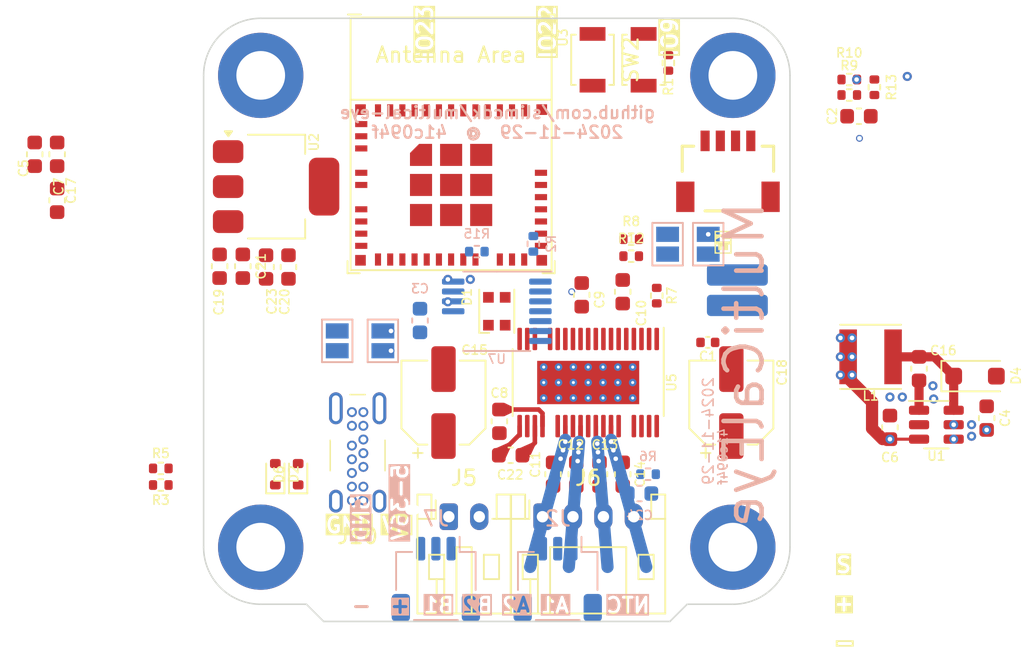
<source format=kicad_pcb>
(kicad_pcb (version 20240108) (generator "pcbnew") (generator_version "8.0")
  (title_block (title "MultiCalEye") (date "${date}") (rev "${commit}") (comment 1 "github.com/slimcdk/multical-eye/tree/${commit}"))
  (layers (0 "F.Cu" signal) (1 "In1.Cu" signal) (2 "In2.Cu" signal) (31 "B.Cu" signal) (34 "B.Paste" user) (35 "F.Paste" user) (36 "B.SilkS" user "B.Silkscreen") (37 "F.SilkS" user "F.Silkscreen") (38 "B.Mask" user) (39 "F.Mask" user) (44 "Edge.Cuts" user))
  (property "DATE_REPLACE" "2022-05-25")
  (property "commit" "41c094f")
  (property "commit_long" "abc5fc4a894f32302d7b4985fbf801590768d1d1")
  (property "commit_short" "abc5fc4")
  (property "date" "2024-11-29")
  (property "version" "577a51b")
  (net 0 "")
  (net 1 "GND")
  (net 2 "+3V3")
  (net 3 "/ESP_EN")
  (net 5 "/ESP_GPIO2")
  (net 6 "Net-(U5-VCP)")
  (net 7 "Net-(U5-VDD1V8)")
  (net 8 "Net-(U5-CPO)")
  (net 9 "Net-(U5-CPI)")
  (net 10 "/ESP_GPIO3")
  (net 11 "/ESP_GPIO8")
  (net 12 "Net-(U5-IREF)")
  (net 13 "/TMC_REFL")
  (net 14 "/TMC_OUT2B")
  (net 15 "Net-(U1-CB)")
  (net 16 "/TMC_OUT1B")
  (net 17 "/TMC_OUT1A")
  (net 18 "/TMC_OUT2A")
  (net 19 "/TMC_REFR")
  (net 20 "/ESP_GPIO12")
  (net 21 "/USB_CC1")
  (net 22 "/USB_CC2")
  (net 23 "/ESP_GPIO13")
  (net 24 "/AS_ENCB")
  (net 25 "/ESP_GPIO1")
  (net 26 "/ESP_GPIO20")
  (net 27 "/ESP_GPIO21")
  (net 28 "/ESP_BOOT")
  (net 29 "/ESP_GPIO15")
  (net 30 "/ESP_GPIO22")
  (net 31 "/ESP_GPIO23")
  (net 32 "/ESP_GPIO0")
  (net 33 "/ESP_GPIO5")
  (net 34 "/ESP_GPIO6")
  (net 35 "/ESP_GPIO14")
  (net 36 "Net-(D4-K)")
  (net 37 "/ESP_GPIO4")
  (net 38 "/ESP_GPIO18")
  (net 39 "/ESP_GPIO7")
  (net 40 "/ESP_GPIO19")
  (net 41 "/AS_ENCN")
  (net 42 "/AS_ENCA")
  (net 43 "/TMC_OV")
  (net 44 "/TMC_AIN")
  (net 45 "VM")
  (net 46 "+5V")
  (net 47 "/ESP_GPIO16")
  (net 48 "/ESP_GPIO17")
  (footprint "MountingHole:MountingHole_3.2mm_M3_DIN965_Pad" (layer "F.Cu") (at 34.5 65.5)
    (property "Reference" "H4" (hide yes))
    (property "Value" "M3 MountingHole")
  )
  (footprint "MountingHole:MountingHole_3.2mm_M3_DIN965_Pad" (layer "F.Cu") (at 65.5 34.5)
    (property "Reference" "H3" (hide yes))
    (property "Value" "M3 MountingHole")
  )
  (footprint "MountingHole:MountingHole_3.2mm_M3_DIN965_Pad" (layer "F.Cu") (at 65.5 65.5)
    (property "Reference" "H1" (hide yes))
    (property "Value" "M3 MountingHole")
  )
  (footprint "Slimc_Connector_USB:USB_C_GT-USB-7036A" (layer "F.Cu") (at 40.8626 62.4764)
    (property "Reference" "J10")
    (property "Value" "USB_C_Receptacle_USB2.0")
  )
  (footprint "MountingHole:MountingHole_3.2mm_M3_DIN965_Pad" (layer "F.Cu") (at 34.5 34.5)
    (property "Reference" "H2" (hide yes))
    (property "Value" "M3 MountingHole")
  )
  (footprint "Resistor_SMD:R_0402_1005Metric" (layer "F.Cu") (at 58.8244 46.3804)
    (property "Reference" "R12")
    (property "Value" "10k")
  )
  (footprint "Diode_SMD:D_SOD-523" (layer "F.Cu") (at 36.9584 60.706 90)
    (property "Reference" "D6")
    (property "Value" "LESD5D5")
  )
  (footprint "LED_SMD:LED_WS2812B-2020_PLCC4_2.0x2.0mm" (layer "F.Cu") (at 50 50 90)
    (property "Reference" "D1")
    (property "Value" "WS2812B")
  )
  (footprint "Capacitor_SMD:C_0603_1608Metric" (layer "F.Cu") (at 75.8135 57.6284 -90)
    (property "Reference" "C6")
    (property "Value" "10µF")
  )
  (footprint "Connector_JST:JST_PH_S4B-PH-K_1x04_P2.00mm_Horizontal" (layer "F.Cu") (at 53 63.5)
    (property "Reference" "J6")
    (property "Value" "Conn_01x04")
  )
  (footprint "Package_TO_SOT_SMD:SOT-23-6" (layer "F.Cu") (at 78.8615 57.4534)
    (property "Reference" "U1")
    (property "Value" "LMR16006YQ3")
  )
  (footprint "Capacitor_SMD:C_0603_1608Metric" (layer "F.Cu") (at 58.2676 48.7172 -90)
    (property "Reference" "C10")
    (property "Value" "2.2µF")
  )
  (footprint "Capacitor_SMD:C_0603_1608Metric" (layer "F.Cu") (at 55.5752 48.9204 90)
    (property "Reference" "C9")
    (property "Value" "100nF")
  )
  (footprint "Resistor_SMD:R_0402_1005Metric" (layer "F.Cu") (at 58.8244 45.2628)
    (property "Reference" "R8")
    (property "Value" "10k")
  )
  (footprint "Capacitor_SMD:C_0603_1608Metric" (layer "F.Cu") (at 82.1635 57.0198 -90)
    (property "Reference" "C4")
    (property "Value" "2.2µF")
  )
  (footprint "Capacitor_SMD:C_0603_1608Metric" (layer "F.Cu") (at 55.2196 60.706 -90)
    (property "Reference" "C12")
    (property "Value" "100nF")
  )
  (footprint "Diode_SMD:D_SOD-123F" (layer "F.Cu") (at 81.399 54.2624)
    (property "Reference" "D4")
    (property "Value" "DS210W")
  )
  (footprint "Button_Switch_SMD:SW_SPST_B3U-1000P" (layer "F.Cu") (at 59.6392 33.4772 90)
    (property "Reference" "SW1" (hide yes))
    (property "Value" "SW_Push")
  )
  (footprint "Espressif:ESP32-C6-MINI-1" (layer "F.Cu") (at 47 39)
    (property "Reference" "U3")
    (property "Value" "ESP32-C6-MINI-1/U")
  )
  (footprint "Capacitor_SMD:C_0603_1608Metric" (layer "F.Cu") (at 21.1328 42.7098 90)
    (property "Reference" "C5")
    (property "Value" "10µF")
  )
  (footprint "Capacitor_SMD:C_0603_1608Metric" (layer "F.Cu") (at 58.2676 60.706 -90)
    (property "Reference" "C14")
    (property "Value" "1µF")
  )
  (footprint "Capacitor_SMD:C_0603_1608Metric" (layer "F.Cu") (at 34.8488 47.0916 -90)
    (property "Reference" "C23")
    (property "Value" "100nF")
  )
  (footprint "Slimc_Package_SO:TSSOP-38_4.4x9.7mm_P0.5mm" (layer "F.Cu") (at 56 54.6825 -90)
    (property "Reference" "U5")
    (property "Value" "TMC5240-TSSOP38")
  )
  (footprint "Capacitor_SMD:CP_Elec_5x5.9" (layer "F.Cu") (at 46.5 56 90)
    (property "Reference" "C15")
    (property "Value" "33µF")
  )
  (footprint "Capacitor_SMD:C_0603_1608Metric" (layer "F.Cu") (at 36.322 47.0916 90)
    (property "Reference" "C20")
    (property "Value" "10µF")
  )
  (footprint "Diode_SMD:D_SOD-523" (layer "F.Cu") (at 35.4584 60.706 90)
    (property "Reference" "D2")
    (property "Value" "LESD5D5")
  )
  (footprint "Capacitor_SMD:C_0603_1608Metric" (layer "F.Cu") (at 31.8008 47.0408 -90)
    (property "Reference" "C19")
    (property "Value" "100nF")
  )
  (footprint "Capacitor_SMD:C_0603_1608Metric" (layer "F.Cu") (at 50.1706 57.2325 90)
    (property "Reference" "C8")
    (property "Value" "1µF")
  )
  (footprint "Capacitor_SMD:C_0603_1608Metric" (layer "F.Cu") (at 53.6956 60.706 -90)
    (property "Reference" "C11")
    (property "Value" "100nF")
  )
  (footprint "Capacitor_SMD:C_0603_1608Metric" (layer "F.Cu") (at 73.7774 37.1856 180)
    (property "Reference" "C2")
    (property "Value" "1µF")
  )
  (footprint "Resistor_SMD:R_0402_1005Metric" (layer "F.Cu") (at 73.1424 35.7886)
    (property "Reference" "R9")
    (property "Value" "10k")
  )
  (footprint "Resistor_SMD:R_0402_1005Metric" (layer "F.Cu") (at 74.7934 35.2806 90)
    (property "Reference" "R13")
    (property "Value" "10k")
  )
  (footprint "Capacitor_SMD:C_0603_1608Metric" (layer "F.Cu") (at 56.7436 60.706 -90)
    (property "Reference" "C13")
    (property "Value" "1µF")
  )
  (footprint "Resistor_SMD:R_0402_1005Metric" (layer "F.Cu") (at 73.1424 34.7726)
    (property "Reference" "R10")
    (property "Value" "10k")
  )
  (footprint "Inductor_SMD:L_Vishay_IFSC-1515AH_4x4x1.8mm" (layer "F.Cu") (at 74.5435 52.9954 180)
    (property "Reference" "L1")
    (property "Value" "6.8µH")
  )
  (footprint "Resistor_SMD:R_0402_1005Metric" (layer "F.Cu") (at 27.94 60.325 180)
    (property "Reference" "R5")
    (property "Value" "5k1")
  )
  (footprint "Resistor_SMD:R_0402_1005Metric" (layer "F.Cu") (at 61.2648 33.6804 -90)
    (property "Reference" "R1")
    (property "Value" "10k")
  )
  (footprint "Button_Switch_SMD:SW_SPST_B3U-1000P" (layer "F.Cu") (at 56.2864 33.4772 -90)
    (property "Reference" "SW2")
    (property "Value" "SW_Push")
  )
  (footprint "Capacitor_SMD:C_0603_1608Metric" (layer "F.Cu") (at 50.9072 59.4614 180)
    (property "Reference" "C22")
    (property "Value" "22nF")
  )
  (footprint "Capacitor_SMD:C_0402_1005Metric" (layer "F.Cu") (at 63.8556 52.0446)
    (property "Reference" "C1")
    (property "Value" "100nF")
  )
  (footprint "Capacitor_SMD:CP_Elec_5x5.9" (layer "F.Cu") (at 65.4 56 90)
    (property "Reference" "C18")
    (property "Value" "33µF")
  )
  (footprint "Connector_JST:JST_PH_S2B-PH-K_1x02_P2.00mm_Horizontal" (layer "F.Cu") (at 46.85 63.5)
    (property "Reference" "J5")
    (property "Value" "Conn_01x02")
  )
  (footprint "Capacitor_SMD:C_0603_1608Metric" (layer "F.Cu") (at 19.6596 39.6866 -90)
    (property "Reference" "C7")
    (property "Value" "1µF")
  )
  (footprint "Capacitor_SMD:C_0603_1608Metric" (layer "F.Cu") (at 77.724 53.7704 -90)
    (property "Reference" "C16")
    (property "Value" "100nF")
  )
  (footprint "Resistor_SMD:R_0402_1005Metric" (layer "F.Cu") (at 27.938 61.4172 180)
    (property "Reference" "R3")
    (property "Value" "5k1")
  )
  (footprint "Resistor_SMD:R_0402_1005Metric" (layer "F.Cu") (at 60.5028 48.9712 90)
    (property "Reference" "R7")
    (property "Value" "12k")
  )
  (footprint "SparkFun-Connector:JST_SMD_1.0mm-4_RA" (layer "F.Cu") (at 65.1764 38.8034)
    (property "Reference" "J4")
    (property "Value" "Qwiic_RA")
  )
  (footprint "Capacitor_SMD:C_0603_1608Metric" (layer "F.Cu") (at 33.3248 47.0408 90)
    (property "Reference" "C21")
    (property "Value" "10µF")
  )
  (footprint "Package_TO_SOT_SMD:SOT-223-3_TabPin2" (layer "F.Cu") (at 35.5096 41.8084)
    (property "Reference" "U2")
    (property "Value" "AMS1117-3.3")
  )
  (footprint "Capacitor_SMD:C_0603_1608Metric" (layer "F.Cu") (at 21.1328 39.6866 -90)
    (property "Reference" "C17")
    (property "Value" "100nF")
  )
  (footprint "Capacitor_SMD:C_0603_1608Metric" (layer "B.Cu") (at 44.958 50.608 90)
    (property "Reference" "C3")
    (property "Value" "100nF")
  )
  (footprint "Capacitor_SMD:C_0603_1608Metric" (layer "B.Cu") (at 59.3722 61.976)
    (property "Reference" "C24")
    (property "Value" "100nF")
  )
  (footprint "Jumper:SolderJumper-2_P1.3mm_Open_Pad1.0x1.5mm" (layer "B.Cu") (at 39.5224 51.943 90)
    (property "Reference" "JP2" (hide yes))
    (property "Value" "Jumper_2_Open")
  )
  (footprint "Jumper:SolderJumper-2_P1.3mm_Open_Pad1.0x1.5mm" (layer "B.Cu") (at 42.5196 51.943 90)
    (property "Reference" "JP1" (hide yes))
    (property "Value" "Jumper_2_Open")
  )
  (footprint "Resistor_SMD:R_0402_1005Metric" (layer "B.Cu") (at 52.4 45.569 90)
    (property "Reference" "R2")
    (property "Value" "10k")
  )
  (footprint "Jumper:SolderJumper-2_P1.3mm_Open_Pad1.0x1.5mm" (layer "B.Cu") (at 61.214 45.593 90)
    (property "Reference" "JP4" (hide yes))
    (property "Value" "Jumper_2_Open")
  )
  (footprint "Package_SO:TSSOP-14_4.4x5mm_P0.65mm" (layer "B.Cu") (at 50 50 180)
    (property "Reference" "U7")
    (property "Value" "AS5047D")
  )
  (footprint "Connector_JST:JST_SH_SM03B-SRSS-TB_1x03-1MP_P1.00mm_Horizontal" (layer "B.Cu") (at 46 67.6 180)
    (property "Reference" "J7")
    (property "Value" "Conn_01x03")
  )
  (footprint "Jumper:SolderJumper-2_P1.3mm_Open_Pad1.0x1.5mm" (layer "B.Cu") (at 63.881 45.593 -90)
    (property "Reference" "JP3" (hide yes))
    (property "Value" "Jumper_2_Open")
  )
  (footprint "Resistor_SMD:R_0402_1005Metric" (layer "B.Cu") (at 48.69 46.08 180)
    (property "Reference" "R15")
    (property "Value" "10k")
  )
  (footprint "Connector_JST:JST_SH_SM03B-SRSS-TB_1x03-1MP_P1.00mm_Horizontal" (layer "B.Cu") (at 54 67.6 180)
    (property "Reference" "J2")
    (property "Value" "Conn_01x03")
  )
  (footprint "Connector_PinHeader_2.00mm:PinHeader_1x02_P2.00mm_Vertical_SMD_Pin1Left" (layer "B.Cu") (at 65.7956 48.6156)
    (property "Reference" "J1" (hide yes))
    (property "Value" "Conn_01x02")
  )
  (footprint "Resistor_SMD:R_0402_1005Metric" (layer "B.Cu") (at 59.931 60.706 180)
    (property "Reference" "R6")
    (property "Value" "10k")
  )
  (gr_arc (start 69.25 65.5) (mid 68.15165 68.15165) (end 65.5 69.25) (stroke (width 0.1)) (layer "Edge.Cuts"))
  (gr_line (start 61.368629 70.381371) (end 62.5 69.25) (stroke (width 0.1)) (layer "Edge.Cuts"))
  (gr_line (start 38.631371 70.381371) (end 61.368629 70.381371) (stroke (width 0.1)) (layer "Edge.Cuts"))
  (gr_arc (start 65.5 30.75) (mid 68.15165 31.84835) (end 69.25 34.5) (stroke (width 0.1)) (layer "Edge.Cuts"))
  (gr_arc (start 30.75 34.5) (mid 31.84835 31.84835) (end 34.5 30.75) (stroke (width 0.1)) (layer "Edge.Cuts"))
  (gr_line (start 65.5 30.75) (end 34.5 30.75) (stroke (width 0.1)) (layer "Edge.Cuts"))
  (gr_line (start 69.25 65.5) (end 69.25 34.5) (stroke (width 0.1)) (layer "Edge.Cuts"))
  (gr_line (start 37.5 69.25) (end 38.631371 70.381371) (stroke (width 0.1)) (layer "Edge.Cuts"))
  (gr_line (start 34.5 69.25) (end 37.5 69.25) (stroke (width 0.1)) (layer "Edge.Cuts"))
  (gr_line (start 62.5 69.25) (end 65.5 69.25) (stroke (width 0.1)) (layer "Edge.Cuts"))
  (gr_line (start 30.75 34.5) (end 30.75 65.5) (stroke (width 0.1)) (layer "Edge.Cuts"))
  (gr_arc (start 34.5 69.25) (mid 31.84835 68.15165) (end 30.75 65.5) (stroke (width 0.1)) (layer "Edge.Cuts"))
  (gr_text "5-36V" (at 43.65 65.151 90) (layer "B.SilkS" knockout) (effects (font (size 1 1) (thickness 0.2) (bold yes)) (justify right mirror)))
  (gr_text "A2" (at 51.27 69.334 0) (layer "B.SilkS" knockout) (effects (font (size 1 1) (thickness 0.2) (bold yes)) (justify mirror)))
  (gr_text "A1" (at 53.81 69.334 0) (layer "B.SilkS" knockout) (effects (font (size 1 1) (thickness 0.2) (bold yes)) (justify mirror)))
  (gr_text "${commit}" (at 64.846199 61.467999 90) (layer "B.SilkS") (effects (font (size 0.6 0.6) (thickness 0.1)) (justify right mirror)))
  (gr_text "NTC" (at 58.620266 69.334 0) (layer "B.SilkS" knockout) (effects (font (size 1 1) (thickness 0.2) (bold yes)) (justify mirror)))
  (gr_text "GND" (at 41.11 65.2272 90) (layer "B.SilkS" knockout) (effects (font (size 1 1) (thickness 0.2) (bold yes)) (justify right mirror)))
  (gr_text "B1" (at 46.19 69.334 0) (layer "B.SilkS" knockout) (effects (font (size 1 1) (thickness 0.2) (bold yes)) (justify mirror)))
  (gr_text "github.com/slimcdk/multical-eye\n${date}  @  ${commit}" (at 50.038 37.592 0) (layer "B.SilkS") (effects (font (size 0.8 0.8)) (justify mirror)))
  (gr_text "-\n" (at 41.11 69.334 0) (layer "B.SilkS") (effects (font (size 1 1) (thickness 0.2) (bold yes)) (justify mirror)))
  (gr_text "MultiCalEye" (at 66.2432 53.5178 90) (layer "B.SilkS") (effects (font (size 2.5 2.5) (thickness 0.3)) (justify mirror)))
  (gr_text "${date}" (at 63.881001 61.468 90) (layer "B.SilkS") (effects (font (size 0.7 0.7) (thickness 0.1)) (justify right mirror)))
  (gr_text "B2" (at 48.73 69.334 0) (layer "B.SilkS" knockout) (effects (font (size 1 1) (thickness 0.2) (bold yes)) (justify mirror)))
  (gr_text "+" (at 43.65 69.334 0) (layer "B.SilkS" knockout) (effects (font (size 1 1) (thickness 0.2) (bold yes)) (justify mirror)))
  (gr_text "IO22" (at 53.34 29.8196 90) (layer "F.SilkS" knockout) (effects (font (size 1 1) (thickness 0.2) (bold yes)) (justify right)))
  (gr_text "IO9\n" (at 61.3664 30.6324 90) (layer "F.SilkS" knockout) (effects (font (size 1 1) (thickness 0.2) (bold yes)) (justify right)))
  (gr_text "VM" (at 43.4848 64.0588 0) (layer "F.SilkS" knockout) (effects (font (size 1 1) (thickness 0.2) (bold yes))))
  (gr_text "EN" (at 64.897 45.466 90) (layer "F.SilkS" knockout) (effects (font (size 0.8 0.8))))
  (gr_text "+" (at 72.7964 69.1896 0) (layer "F.SilkS" knockout) (effects (font (size 1 1) (thickness 0.2) (bold yes))))
  (gr_text "-" (at 72.8472 71.755 0) (layer "F.SilkS" knockout) (effects (font (size 1 1) (thickness 0.2) (bold yes))))
  (gr_text "S" (at 72.771 66.675 0) (layer "F.SilkS" knockout) (effects (font (size 1 1) (thickness 0.2) (bold yes))))
  (gr_text "IO23" (at 45.2882 29.8196 90) (layer "F.SilkS" knockout) (effects (font (size 1 1) (thickness 0.2) (bold yes)) (justify right)))
  (gr_text "GND" (at 40.3098 64.0588 0) (layer "F.SilkS" knockout) (effects (font (size 1 1) (thickness 0.2) (bold yes))))
  (via (at 76.6263 55.637) (size 0.6) (drill 0.3) (layers "F.Cu" "B.Cu") (net 1))
  (via (at 78.6837 55.764) (size 0.6) (drill 0.3) (layers "F.Cu" "B.Cu") (net 1))
  (via (at 75.8135 55.637) (size 0.6) (drill 0.3) (layers "F.Cu" "B.Cu") (net 1))
  (via (at 78.6329 54.9004) (size 0.6) (drill 0.3) (layers "F.Cu" "B.Cu") (net 1))
  (segment (start 74.6385 55.96297) (end 74.6385 57.7034) (width 0.8) (layer "F.Cu") (net 2))
  (segment (start 74.6385 57.7034) (end 75.3385 58.4034) (width 0.8) (layer "F.Cu") (net 2))
  (segment (start 73.1955 54.51997) (end 74.6385 55.96297) (width 0.8) (layer "F.Cu") (net 2))
  (segment (start 77.724 58.4034) (end 75.8135 58.4034) (width 0.2) (layer "F.Cu") (net 2))
  (via blind (at 72.5605 52.9954) (size 0.6) (drill 0.3) (layers "F.Cu" "B.Cu") (net 2))
  (via blind (at 72.5605 54.1892) (size 0.6) (drill 0.3) (layers "F.Cu" "B.Cu") (net 2))
  (via blind (at 76.9514 34.5694) (size 0.6) (drill 0.3) (layers "F.Cu" "B.Cu") (net 2))
  (via blind (at 73.3243 52.9954) (size 0.6) (drill 0.3) (layers "F.Cu" "B.Cu") (net 2))
  (via blind (at 75.8135 58.4034) (size 0.6) (drill 0.3) (layers "F.Cu" "B.Cu") (net 2))
  (via blind (at 73.6224 34.7726) (size 0.6) (drill 0.3) (layers "F.Cu" "B.Cu") (net 2))
  (via blind (at 46.7868 49.3776) (size 0.6) (drill 0.3) (layers "F.Cu" "B.Cu") (net 2))
  (via blind (at 73.3243 54.1892) (size 0.6) (drill 0.3) (layers "F.Cu" "B.Cu") (net 2))
  (via blind (at 73.3243 51.7508) (size 0.6) (drill 0.3) (layers "F.Cu" "B.Cu") (net 2))
  (via blind (at 72.5605 51.7508) (size 0.6) (drill 0.3) (layers "F.Cu" "B.Cu") (net 2))
  (via blind (at 73.8124 38.6352) (size 0.45) (drill 0.3) (layers "F.Cu" "B.Cu") (net 3))
  (segment (start 50.1706 56.4575) (end 52.75312 56.4575) (width 0.3) (layer "F.Cu") (net 6))
  (segment (start 53 56.70438) (end 53 57.545) (width 0.3) (layer "F.Cu") (net 6))
  (segment (start 52.75312 56.4575) (end 53 56.70438) (width 0.3) (layer "F.Cu") (net 6))
  (segment (start 51.6822 59.4614) (end 52.5 58.6436) (width 0.3) (layer "F.Cu") (net 8))
  (segment (start 52.5 58.6436) (end 52.5 57.545) (width 0.3) (layer "F.Cu") (net 8))
  (segment (start 51.5 58.0936) (end 50.1322 59.4614) (width 0.3) (layer "F.Cu") (net 9))
  (segment (start 51.5 58.1444) (end 51.5 57.545) (width 0.3) (layer "F.Cu") (net 9))
  (segment (start 55.5 57.545) (end 55.5 58.6024) (width 0.3) (layer "F.Cu") (net 14))
  (segment (start 55.403 58.6994) (end 55.309505 59.8424) (width 0.5) (layer "F.Cu") (net 14))
  (via blind (at 55.309505 59.8424) (size 0.45) (drill 0.3) (layers "F.Cu" "B.Cu") (net 14))
  (via blind (at 55.357291 59.2582) (size 0.45) (drill 0.3) (layers "F.Cu" "B.Cu") (net 14))
  (via blind (at 55.403 58.6994) (size 0.45) (drill 0.3) (layers "F.Cu" "B.Cu") (net 14))
  (segment (start 55.403 58.5724) (end 54.73 66.8) (width 0.8) (layer "B.Cu") (net 14))
  (segment (start 77.724 54.5454) (end 77.724 56.5034) (width 0.6) (layer "F.Cu") (net 15))
  (segment (start 54.5 58.5724) (end 54.5 57.545) (width 0.3) (layer "F.Cu") (net 16))
  (segment (start 54.5 58.5724) (end 54.19099 59.69) (width 0.5) (layer "F.Cu") (net 16))
  (via blind (at 54.19099 59.69) (size 0.45) (drill 0.3) (layers "F.Cu" "B.Cu") (net 16))
  (via blind (at 54.5 58.5724) (size 0.45) (drill 0.3) (layers "F.Cu" "B.Cu") (net 16))
  (via blind (at 54.345495 59.1312) (size 0.45) (drill 0.3) (layers "F.Cu" "B.Cu") (net 16))
  (segment (start 52.19 66.8) (end 54.5 58.4454) (width 0.8) (layer "B.Cu") (net 16))
  (segment (start 57.5 57.545) (end 57.5 58.5724) (width 0.3) (layer "F.Cu") (net 17))
  (segment (start 57.80901 59.69) (end 57.5 58.5724) (width 0.5) (layer "F.Cu") (net 17))
  (via blind (at 57.80901 59.69) (size 0.45) (drill 0.3) (layers "F.Cu" "B.Cu") (net 17))
  (via blind (at 57.654505 59.1312) (size 0.45) (drill 0.3) (layers "F.Cu" "B.Cu") (net 17))
  (via blind (at 57.5 58.5724) (size 0.45) (drill 0.3) (layers "F.Cu" "B.Cu") (net 17))
  (segment (start 59.81 66.8) (end 57.5 58.4454) (width 0.8) (layer "B.Cu") (net 17))
  (segment (start 56.5 57.545) (end 56.5 58.6026) (width 0.3) (layer "F.Cu") (net 18))
  (segment (start 56.5968 58.6994) (end 56.690323 59.8424) (width 0.5) (layer "F.Cu") (net 18))
  (via blind (at 56.5968 58.6994) (size 0.45) (drill 0.3) (layers "F.Cu" "B.Cu") (net 18))
  (via blind (at 56.690323 59.8424) (size 0.45) (drill 0.3) (layers "F.Cu" "B.Cu") (net 18))
  (via blind (at 56.642522 59.2582) (size 0.45) (drill 0.3) (layers "F.Cu" "B.Cu") (net 18))
  (segment (start 56.5968 58.5724) (end 57.27 66.8) (width 0.8) (layer "B.Cu") (net 18))
  (via blind (at 43.053 51.293) (size 0.45) (drill 0.3) (layers "F.Cu" "B.Cu") (net 25))
  (via blind (at 63.881 44.943) (size 0.45) (drill 0.3) (layers "F.Cu" "B.Cu") (net 27))
  (via blind (at 48.26 47.9044) (size 0.6) (drill 0.3) (layers "F.Cu" "B.Cu") (net 33))
  (segment (start 77.724 52.9954) (end 78.732 52.9954) (width 0.6) (layer "F.Cu") (net 36))
  (segment (start 77.8455 52.9954) (end 76.0185 52.9954) (width 0.6) (layer "F.Cu") (net 36))
  (segment (start 78.732 52.9954) (end 79.999 54.2624) (width 0.6) (layer "F.Cu") (net 36))
  (segment (start 79.999 56.5034) (end 79.999 54.2624) (width 0.6) (layer "F.Cu") (net 36))
  (via blind (at 46.7868 47.9044) (size 0.6) (drill 0.3) (layers "F.Cu" "B.Cu") (net 41))
  (via (at 54.9204 48.7172) (size 0.45) (drill 0.3) (layers "F.Cu" "B.Cu") (net 41))
  (via blind (at 43.053 52.593) (size 0.45) (drill 0.3) (layers "F.Cu" "B.Cu") (net 42))
  (via (at 81.1729 57.4516) (size 0.6) (drill 0.3) (layers "F.Cu" "B.Cu") (net 45))
  (via blind (at 79.999 57.4534) (size 0.6) (drill 0.3) (layers "F.Cu" "B.Cu") (net 45))
  (via (at 81.1729 58.2136) (size 0.6) (drill 0.3) (layers "F.Cu" "B.Cu") (net 45))
  (via blind (at 82.1635 57.7948) (size 0.6) (drill 0.3) (layers "F.Cu" "B.Cu") (net 45))
  (via blind (at 79.999 58.4034) (size 0.6) (drill 0.3) (layers "F.Cu" "B.Cu") (net 45))
)
</source>
